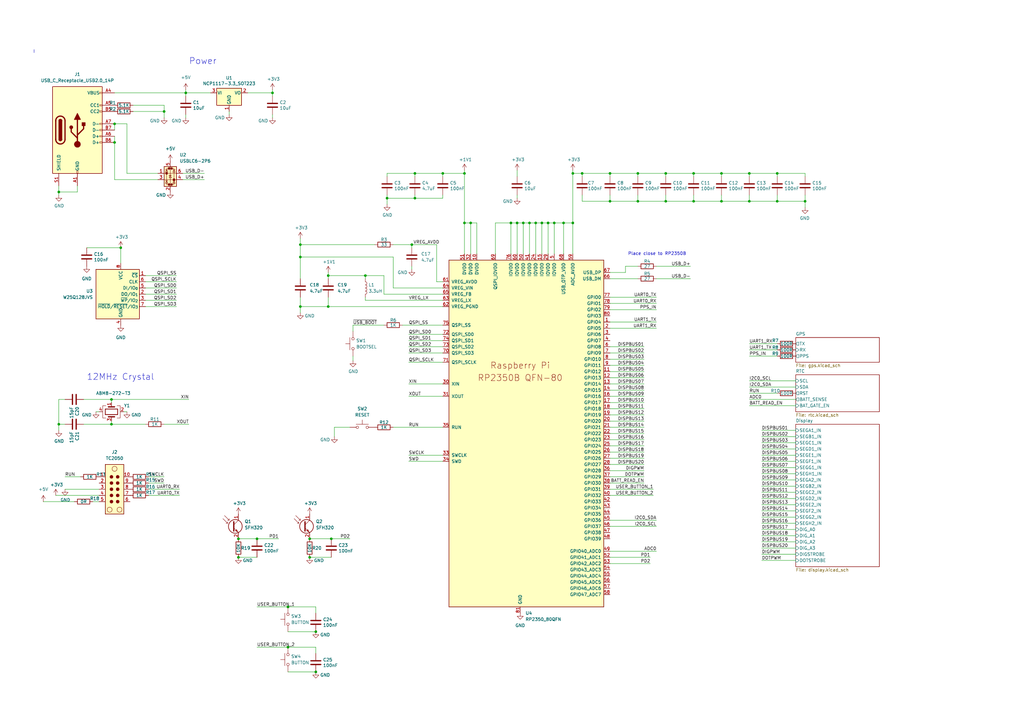
<source format=kicad_sch>
(kicad_sch (version 20250114) (generator "eeschema") (generator_version "9.0")
  (paper "A3")
  (text "12MHz Crystal" (at 35.56 156.21 0) (effects (font (size 2.54 2.54)) (justify left bottom)))
  (text "Place close to RP2350B" (at 257.556 104.902 0) (effects (font (size 1.27 1.27)) (justify left bottom)))
  (text "Power" (at 77.47 26.67 0) (effects (font (size 2.54 2.54)) (justify left bottom)))
  (junction (at 24.13 173.99))
  (junction (at 134.62 113.03))
  (junction (at 295.91 82.55))
  (junction (at 231.14 91.44))
  (junction (at 168.91 100.33))
  (junction (at 212.09 91.44))
  (junction (at 129.54 259.08))
  (junction (at 170.18 81.28))
  (junction (at 234.95 71.12))
  (junction (at 284.48 82.55))
  (junction (at 76.2 38.1))
  (junction (at 193.04 91.44))
  (junction (at 217.17 91.44))
  (junction (at 273.05 82.55))
  (junction (at 49.53 101.6))
  (junction (at 24.13 78.74))
  (junction (at 135.89 220.98))
  (junction (at 105.41 220.98))
  (junction (at 45.72 163.83))
  (junction (at 222.25 91.44))
  (junction (at 219.71 91.44))
  (junction (at 67.31 45.72))
  (junction (at 261.62 71.12))
  (junction (at 111.76 38.1))
  (junction (at 129.54 275.59))
  (junction (at 181.61 71.12))
  (junction (at 118.11 248.92))
  (junction (at 318.77 82.55))
  (junction (at 127 220.98))
  (junction (at 149.86 113.03))
  (junction (at 261.62 82.55))
  (junction (at 214.63 91.44))
  (junction (at 123.19 100.33))
  (junction (at 97.79 220.98))
  (junction (at 123.19 105.41))
  (junction (at 45.72 173.99))
  (junction (at 134.62 125.73))
  (junction (at 307.34 71.12))
  (junction (at 46.99 50.8))
  (junction (at 224.79 91.44))
  (junction (at 123.19 125.73))
  (junction (at 170.18 71.12))
  (junction (at 209.55 91.44))
  (junction (at 307.34 82.55))
  (junction (at 250.19 82.55))
  (junction (at 46.99 58.42))
  (junction (at 318.77 71.12))
  (junction (at 234.95 91.44))
  (junction (at 190.5 71.12))
  (junction (at 330.2 82.55))
  (junction (at 118.11 265.43))
  (junction (at 190.5 91.44))
  (junction (at 250.19 71.12))
  (junction (at 273.05 71.12))
  (junction (at 284.48 71.12))
  (junction (at 127 228.6))
  (junction (at 97.79 228.6))
  (junction (at 238.76 71.12))
  (junction (at 227.33 91.44))
  (junction (at 295.91 71.12))
  (junction (at 158.75 81.28))
  (wire (pts (xy 134.62 121.92) (xy 134.62 125.73)))
  (wire (pts (xy 157.48 120.65) (xy 157.48 113.03)))
  (wire (pts (xy 219.71 104.14) (xy 219.71 91.44)))
  (wire (pts (xy 269.24 109.22) (xy 283.21 109.22)))
  (wire (pts (xy 97.79 220.98) (xy 105.41 220.98)))
  (wire (pts (xy 167.64 137.16) (xy 181.61 137.16)))
  (wire (pts (xy 250.19 132.08) (xy 269.24 132.08)))
  (wire (pts (xy 60.96 195.58) (xy 67.31 195.58)))
  (wire (pts (xy 250.19 80.01) (xy 250.19 82.55)))
  (wire (pts (xy 264.16 195.58) (xy 250.19 195.58)))
  (wire (pts (xy 46.99 58.42) (xy 46.99 55.88)))
  (wire (pts (xy 76.2 36.83) (xy 76.2 38.1)))
  (wire (pts (xy 137.16 175.26) (xy 137.16 179.07)))
  (wire (pts (xy 123.19 97.79) (xy 123.19 100.33)))
  (wire (pts (xy 312.42 196.85) (xy 326.39 196.85)))
  (wire (pts (xy 227.33 91.44) (xy 231.14 91.44)))
  (wire (pts (xy 312.42 201.93) (xy 326.39 201.93)))
  (wire (pts (xy 123.19 125.73) (xy 123.19 128.27)))
  (wire (pts (xy 26.67 195.58) (xy 33.02 195.58)))
  (wire (pts (xy 273.05 82.55) (xy 261.62 82.55)))
  (wire (pts (xy 312.42 217.17) (xy 326.39 217.17)))
  (wire (pts (xy 312.42 179.07) (xy 326.39 179.07)))
  (wire (pts (xy 209.55 91.44) (xy 212.09 91.44)))
  (wire (pts (xy 264.16 144.78) (xy 250.19 144.78)))
  (wire (pts (xy 123.19 100.33) (xy 153.67 100.33)))
  (wire (pts (xy 250.19 127) (xy 269.24 127)))
  (wire (pts (xy 312.42 176.53) (xy 326.39 176.53)))
  (wire (pts (xy 168.91 110.49) (xy 168.91 109.22)))
  (wire (pts (xy 170.18 81.28) (xy 181.61 81.28)))
  (wire (pts (xy 34.29 173.99) (xy 45.72 173.99)))
  (wire (pts (xy 264.16 154.94) (xy 250.19 154.94)))
  (wire (pts (xy 181.61 186.69) (xy 167.64 186.69)))
  (wire (pts (xy 264.16 190.5) (xy 250.19 190.5)))
  (wire (pts (xy 264.16 180.34) (xy 250.19 180.34)))
  (wire (pts (xy 264.16 152.4) (xy 250.19 152.4)))
  (wire (pts (xy 74.93 71.12) (xy 83.82 71.12)))
  (wire (pts (xy 93.98 45.72) (xy 93.98 46.99)))
  (wire (pts (xy 238.76 80.01) (xy 238.76 82.55)))
  (wire (pts (xy 312.42 186.69) (xy 326.39 186.69)))
  (wire (pts (xy 326.39 163.83) (xy 307.34 163.83)))
  (wire (pts (xy 111.76 39.37) (xy 111.76 38.1)))
  (wire (pts (xy 307.34 72.39) (xy 307.34 71.12)))
  (wire (pts (xy 231.14 91.44) (xy 234.95 91.44)))
  (wire (pts (xy 149.86 123.19) (xy 181.61 123.19)))
  (wire (pts (xy 326.39 158.75) (xy 307.34 158.75)))
  (wire (pts (xy 261.62 71.12) (xy 273.05 71.12)))
  (wire (pts (xy 307.34 82.55) (xy 295.91 82.55)))
  (wire (pts (xy 134.62 125.73) (xy 181.61 125.73)))
  (wire (pts (xy 74.93 73.66) (xy 83.82 73.66)))
  (wire (pts (xy 264.16 142.24) (xy 250.19 142.24)))
  (wire (pts (xy 312.42 181.61) (xy 326.39 181.61)))
  (wire (pts (xy 168.91 100.33) (xy 168.91 101.6)))
  (wire (pts (xy 105.41 220.98) (xy 114.3 220.98)))
  (wire (pts (xy 284.48 71.12) (xy 295.91 71.12)))
  (wire (pts (xy 264.16 177.8) (xy 250.19 177.8)))
  (wire (pts (xy 224.79 104.14) (xy 224.79 91.44)))
  (wire (pts (xy 45.72 172.72) (xy 45.72 173.99)))
  (wire (pts (xy 60.96 203.2) (xy 73.66 203.2)))
  (wire (pts (xy 123.19 121.92) (xy 123.19 125.73)))
  (wire (pts (xy 312.42 204.47) (xy 326.39 204.47)))
  (wire (pts (xy 67.31 48.26) (xy 67.31 45.72)))
  (wire (pts (xy 161.29 118.11) (xy 181.61 118.11)))
  (wire (pts (xy 261.62 82.55) (xy 250.19 82.55)))
  (wire (pts (xy 59.69 115.57) (xy 72.39 115.57)))
  (wire (pts (xy 209.55 104.14) (xy 209.55 91.44)))
  (wire (pts (xy 264.16 193.04) (xy 250.19 193.04)))
  (wire (pts (xy 326.39 156.21) (xy 307.34 156.21)))
  (wire (pts (xy 326.39 166.37) (xy 307.34 166.37)))
  (wire (pts (xy 59.69 120.65) (xy 72.39 120.65)))
  (wire (pts (xy 39.37 168.91) (xy 40.64 168.91)))
  (wire (pts (xy 273.05 72.39) (xy 273.05 71.12)))
  (wire (pts (xy 250.19 215.9) (xy 269.24 215.9)))
  (wire (pts (xy 111.76 38.1) (xy 111.76 36.83)))
  (wire (pts (xy 123.19 105.41) (xy 161.29 105.41)))
  (wire (pts (xy 24.13 78.74) (xy 24.13 80.01)))
  (wire (pts (xy 256.54 109.22) (xy 256.54 111.76)))
  (wire (pts (xy 250.19 124.46) (xy 269.24 124.46)))
  (wire (pts (xy 219.71 91.44) (xy 222.25 91.44)))
  (wire (pts (xy 52.07 71.12) (xy 52.07 50.8)))
  (wire (pts (xy 234.95 71.12) (xy 238.76 71.12)))
  (wire (pts (xy 250.19 198.12) (xy 264.16 198.12)))
  (wire (pts (xy 318.77 80.01) (xy 318.77 82.55)))
  (wire (pts (xy 295.91 80.01) (xy 295.91 82.55)))
  (wire (pts (xy 161.29 105.41) (xy 161.29 118.11)))
  (wire (pts (xy 250.19 226.06) (xy 269.24 226.06)))
  (wire (pts (xy 123.19 105.41) (xy 123.19 114.3)))
  (wire (pts (xy 105.41 265.43) (xy 118.11 265.43)))
  (wire (pts (xy 264.16 149.86) (xy 250.19 149.86)))
  (wire (pts (xy 134.62 111.76) (xy 134.62 113.03)))
  (wire (pts (xy 158.75 80.01) (xy 158.75 81.28)))
  (wire (pts (xy 167.64 144.78) (xy 181.61 144.78)))
  (wire (pts (xy 318.77 71.12) (xy 330.2 71.12)))
  (wire (pts (xy 46.99 38.1) (xy 76.2 38.1)))
  (wire (pts (xy 181.61 81.28) (xy 181.61 80.01)))
  (wire (pts (xy 181.61 189.23) (xy 167.64 189.23)))
  (wire (pts (xy 149.86 123.19) (xy 149.86 121.92)))
  (wire (pts (xy 214.63 104.14) (xy 214.63 91.44)))
  (wire (pts (xy 190.5 69.85) (xy 190.5 71.12)))
  (wire (pts (xy 45.72 165.1) (xy 45.72 163.83)))
  (wire (pts (xy 167.64 139.7) (xy 181.61 139.7)))
  (wire (pts (xy 31.75 78.74) (xy 24.13 78.74)))
  (wire (pts (xy 264.16 172.72) (xy 250.19 172.72)))
  (wire (pts (xy 264.16 160.02) (xy 250.19 160.02)))
  (wire (pts (xy 222.25 91.44) (xy 224.79 91.44)))
  (wire (pts (xy 214.63 91.44) (xy 217.17 91.44)))
  (wire (pts (xy 312.42 219.71) (xy 326.39 219.71)))
  (wire (pts (xy 134.62 114.3) (xy 134.62 113.03)))
  (wire (pts (xy 76.2 39.37) (xy 76.2 38.1)))
  (wire (pts (xy 238.76 72.39) (xy 238.76 71.12)))
  (wire (pts (xy 67.31 45.72) (xy 67.31 43.18)))
  (wire (pts (xy 250.19 82.55) (xy 238.76 82.55)))
  (wire (pts (xy 26.67 173.99) (xy 24.13 173.99)))
  (wire (pts (xy 250.19 231.14) (xy 266.7 231.14)))
  (wire (pts (xy 118.11 259.08) (xy 129.54 259.08)))
  (wire (pts (xy 127 228.6) (xy 135.89 228.6)))
  (wire (pts (xy 234.95 69.85) (xy 234.95 71.12)))
  (wire (pts (xy 312.42 212.09) (xy 326.39 212.09)))
  (wire (pts (xy 59.69 125.73) (xy 72.39 125.73)))
  (wire (pts (xy 59.69 118.11) (xy 72.39 118.11)))
  (wire (pts (xy 190.5 71.12) (xy 190.5 91.44)))
  (wire (pts (xy 330.2 82.55) (xy 318.77 82.55)))
  (wire (pts (xy 54.61 45.72) (xy 67.31 45.72)))
  (wire (pts (xy 264.16 157.48) (xy 250.19 157.48)))
  (wire (pts (xy 231.14 104.14) (xy 231.14 91.44)))
  (wire (pts (xy 161.29 100.33) (xy 168.91 100.33)))
  (wire (pts (xy 26.67 200.66) (xy 40.64 200.66)))
  (wire (pts (xy 250.19 114.3) (xy 261.62 114.3)))
  (wire (pts (xy 203.2 104.14) (xy 203.2 91.44)))
  (wire (pts (xy 24.13 173.99) (xy 24.13 176.53)))
  (wire (pts (xy 284.48 82.55) (xy 273.05 82.55)))
  (wire (pts (xy 261.62 72.39) (xy 261.62 71.12)))
  (wire (pts (xy 273.05 71.12) (xy 284.48 71.12)))
  (wire (pts (xy 224.79 91.44) (xy 227.33 91.44)))
  (wire (pts (xy 212.09 69.85) (xy 212.09 72.39)))
  (wire (pts (xy 261.62 80.01) (xy 261.62 82.55)))
  (wire (pts (xy 250.19 200.66) (xy 267.97 200.66)))
  (wire (pts (xy 312.42 194.31) (xy 326.39 194.31)))
  (wire (pts (xy 264.16 165.1) (xy 250.19 165.1)))
  (wire (pts (xy 181.61 120.65) (xy 157.48 120.65)))
  (wire (pts (xy 318.77 72.39) (xy 318.77 71.12)))
  (wire (pts (xy 312.42 199.39) (xy 326.39 199.39)))
  (wire (pts (xy 46.99 50.8) (xy 46.99 53.34)))
  (polyline (pts (xy 13.97 20.32) (xy 13.97 21.59)))
  (wire (pts (xy 318.77 143.51) (xy 307.34 143.51)))
  (wire (pts (xy 50.8 168.91) (xy 52.07 168.91)))
  (wire (pts (xy 264.16 167.64) (xy 250.19 167.64)))
  (wire (pts (xy 264.16 162.56) (xy 250.19 162.56)))
  (wire (pts (xy 129.54 267.97) (xy 129.54 265.43)))
  (wire (pts (xy 295.91 82.55) (xy 284.48 82.55)))
  (wire (pts (xy 144.78 146.05) (xy 144.78 147.955)))
  (wire (pts (xy 318.77 146.05) (xy 307.34 146.05)))
  (wire (pts (xy 123.19 125.73) (xy 134.62 125.73)))
  (wire (pts (xy 312.42 229.87) (xy 326.39 229.87)))
  (wire (pts (xy 167.64 142.24) (xy 181.61 142.24)))
  (wire (pts (xy 234.95 71.12) (xy 234.95 91.44)))
  (wire (pts (xy 52.07 50.8) (xy 46.99 50.8)))
  (wire (pts (xy 38.1 205.74) (xy 40.64 205.74)))
  (wire (pts (xy 269.24 114.3) (xy 283.21 114.3)))
  (wire (pts (xy 179.07 100.33) (xy 179.07 115.57)))
  (wire (pts (xy 137.16 175.26) (xy 143.51 175.26)))
  (wire (pts (xy 312.42 209.55) (xy 326.39 209.55)))
  (wire (pts (xy 111.76 46.99) (xy 111.76 48.26)))
  (wire (pts (xy 170.18 80.01) (xy 170.18 81.28)))
  (wire (pts (xy 17.78 205.74) (xy 30.48 205.74)))
  (wire (pts (xy 250.19 72.39) (xy 250.19 71.12)))
  (wire (pts (xy 222.25 91.44) (xy 222.25 104.14)))
  (wire (pts (xy 284.48 80.01) (xy 284.48 82.55)))
  (wire (pts (xy 312.42 191.77) (xy 326.39 191.77)))
  (wire (pts (xy 312.42 184.15) (xy 326.39 184.15)))
  (wire (pts (xy 52.07 71.12) (xy 64.77 71.12)))
  (wire (pts (xy 123.19 100.33) (xy 123.19 105.41)))
  (wire (pts (xy 144.78 133.35) (xy 144.78 135.89)))
  (wire (pts (xy 264.16 182.88) (xy 250.19 182.88)))
  (wire (pts (xy 217.17 91.44) (xy 219.71 91.44)))
  (wire (pts (xy 250.19 203.2) (xy 267.97 203.2)))
  (wire (pts (xy 167.64 157.48) (xy 181.61 157.48)))
  (wire (pts (xy 193.04 91.44) (xy 195.58 91.44)))
  (wire (pts (xy 330.2 80.01) (xy 330.2 82.55)))
  (wire (pts (xy 195.58 91.44) (xy 195.58 104.14)))
  (wire (pts (xy 307.34 161.29) (xy 318.77 161.29)))
  (wire (pts (xy 168.91 100.33) (xy 179.07 100.33)))
  (wire (pts (xy 165.1 133.35) (xy 181.61 133.35)))
  (wire (pts (xy 212.09 91.44) (xy 214.63 91.44)))
  (wire (pts (xy 250.19 228.6) (xy 266.7 228.6)))
  (wire (pts (xy 330.2 72.39) (xy 330.2 71.12)))
  (wire (pts (xy 34.29 163.83) (xy 45.72 163.83)))
  (wire (pts (xy 318.77 140.97) (xy 307.34 140.97)))
  (wire (pts (xy 24.13 76.2) (xy 24.13 78.74)))
  (wire (pts (xy 307.34 71.12) (xy 318.77 71.12)))
  (wire (pts (xy 86.36 38.1) (xy 76.2 38.1)))
  (wire (pts (xy 179.07 115.57) (xy 181.61 115.57)))
  (wire (pts (xy 193.04 104.14) (xy 193.04 91.44)))
  (wire (pts (xy 318.77 82.55) (xy 307.34 82.55)))
  (wire (pts (xy 76.2 46.99) (xy 76.2 48.26)))
  (wire (pts (xy 312.42 227.33) (xy 326.39 227.33)))
  (wire (pts (xy 227.33 91.44) (xy 227.33 104.14)))
  (wire (pts (xy 273.05 80.01) (xy 273.05 82.55)))
  (wire (pts (xy 134.62 113.03) (xy 149.86 113.03)))
  (wire (pts (xy 24.13 163.83) (xy 24.13 173.99)))
  (wire (pts (xy 234.95 91.44) (xy 234.95 104.14)))
  (wire (pts (xy 26.67 163.83) (xy 24.13 163.83)))
  (wire (pts (xy 330.2 82.55) (xy 330.2 85.09)))
  (wire (pts (xy 59.69 123.19) (xy 72.39 123.19)))
  (wire (pts (xy 264.16 170.18) (xy 250.19 170.18)))
  (wire (pts (xy 35.56 101.6) (xy 49.53 101.6)))
  (wire (pts (xy 135.89 220.98) (xy 143.51 220.98)))
  (wire (pts (xy 256.54 109.22) (xy 261.62 109.22)))
  (wire (pts (xy 312.42 189.23) (xy 326.39 189.23)))
  (wire (pts (xy 129.54 251.46) (xy 129.54 248.92)))
  (wire (pts (xy 181.61 71.12) (xy 190.5 71.12)))
  (wire (pts (xy 250.19 134.62) (xy 269.24 134.62)))
  (wire (pts (xy 284.48 72.39) (xy 284.48 71.12)))
  (wire (pts (xy 295.91 71.12) (xy 307.34 71.12)))
  (wire (pts (xy 59.69 113.03) (xy 72.39 113.03)))
  (wire (pts (xy 60.96 200.66) (xy 73.66 200.66)))
  (wire (pts (xy 181.61 162.56) (xy 167.64 162.56)))
  (wire (pts (xy 170.18 71.12) (xy 181.61 71.12)))
  (wire (pts (xy 31.75 76.2) (xy 31.75 78.74)))
  (wire (pts (xy 312.42 207.01) (xy 326.39 207.01)))
  (wire (pts (xy 250.19 111.76) (xy 256.54 111.76)))
  (wire (pts (xy 118.11 275.59) (xy 129.54 275.59)))
  (wire (pts (xy 45.72 163.83) (xy 77.47 163.83)))
  (wire (pts (xy 158.75 72.39) (xy 158.75 71.12)))
  (wire (pts (xy 212.09 104.14) (xy 212.09 91.44)))
  (wire (pts (xy 312.42 214.63) (xy 326.39 214.63)))
  (wire (pts (xy 67.31 173.99) (xy 77.47 173.99)))
  (wire (pts (xy 157.48 113.03) (xy 149.86 113.03)))
  (wire (pts (xy 312.42 222.25) (xy 326.39 222.25)))
  (wire (pts (xy 170.18 72.39) (xy 170.18 71.12)))
  (wire (pts (xy 101.6 38.1) (xy 111.76 38.1)))
  (wire (pts (xy 46.99 73.66) (xy 64.77 73.66)))
  (wire (pts (xy 264.16 187.96) (xy 250.19 187.96)))
  (wire (pts (xy 212.09 80.01) (xy 212.09 81.28)))
  (wire (pts (xy 60.96 198.12) (xy 67.31 198.12)))
  (wire (pts (xy 312.42 224.79) (xy 326.39 224.79)))
  (wire (pts (xy 161.29 175.26) (xy 181.61 175.26)))
  (wire (pts (xy 217.17 104.14) (xy 217.17 91.44)))
  (wire (pts (xy 181.61 72.39) (xy 181.61 71.12)))
  (wire (pts (xy 181.61 148.59) (xy 167.64 148.59)))
  (wire (pts (xy 250.19 121.92) (xy 269.24 121.92)))
  (wire (pts (xy 193.04 91.44) (xy 190.5 91.44)))
  (wire (pts (xy 118.11 248.92) (xy 129.54 248.92)))
  (wire (pts (xy 307.34 80.01) (xy 307.34 82.55)))
  (wire (pts (xy 295.91 72.39) (xy 295.91 71.12)))
  (wire (pts (xy 264.16 175.26) (xy 250.19 175.26)))
  (wire (pts (xy 250.19 71.12) (xy 261.62 71.12)))
  (wire (pts (xy 264.16 185.42) (xy 250.19 185.42)))
  (wire (pts (xy 190.5 91.44) (xy 190.5 104.14)))
  (wire (pts (xy 203.2 91.44) (xy 209.55 91.44)))
  (wire (pts (xy 149.86 113.03) (xy 149.86 114.3)))
  (wire (pts (xy 158.75 81.28) (xy 158.75 83.82)))
  (wire (pts (xy 250.19 213.36) (xy 269.24 213.36)))
  (wire (pts (xy 45.72 173.99) (xy 59.69 173.99)))
  (wire (pts (xy 67.31 43.18) (xy 54.61 43.18)))
  (wire (pts (xy 118.11 265.43) (xy 129.54 265.43)))
  (wire (pts (xy 49.53 101.6) (xy 49.53 107.95)))
  (wire (pts (xy 158.75 71.12) (xy 170.18 71.12)))
  (wire (pts (xy 46.99 58.42) (xy 46.99 73.66)))
  (wire (pts (xy 105.41 248.92) (xy 118.11 248.92)))
  (wire (pts (xy 238.76 71.12) (xy 250.19 71.12)))
  (wire (pts (xy 158.75 81.28) (xy 170.18 81.28)))
  (wire (pts (xy 22.86 203.2) (xy 40.64 203.2)))
  (wire (pts (xy 264.16 147.32) (xy 250.19 147.32)))
  (wire (pts (xy 97.79 228.6) (xy 105.41 228.6)))
  (wire (pts (xy 157.48 133.35) (xy 144.78 133.35)))
  (wire (pts (xy 127 220.98) (xy 135.89 220.98)))
  (label "PPS_IN" (at 307.34 146.05 0))
  (label "PD1" (at 266.7 228.6 180))
  (label "DISPBUS09" (at 264.16 162.56 180))
  (label "I2C0_SCL" (at 269.24 215.9 180))
  (label "DISPBUS11" (at 312.42 201.93 0))
  (label "USER_BUTTON_2" (at 267.97 203.2 180))
  (label "DISPBUS04" (at 312.42 184.15 0))
  (label "DISPBUS02" (at 312.42 179.07 0))
  (label "QSPI_SCLK" (at 167.64 148.59 0))
  (label "I2C0_SCL" (at 307.34 156.21 0))
  (label "DISPBUS17" (at 264.16 182.88 180))
  (label "RUN" (at 26.67 195.58 0))
  (label "USB_D-" (at 283.21 114.3 180))
  (label "DISPBUS01" (at 312.42 176.53 0))
  (label "DOTPWM" (at 312.42 229.87 0))
  (label "USER_BUTTON_1" (at 105.41 248.92 0))
  (label "DISPBUS07" (at 264.16 157.48 180))
  (label "SWD" (at 67.31 198.12 180))
  (label "BATT_READ_EN" (at 307.34 166.37 0))
  (label "UART0_RX" (at 73.66 200.66 180))
  (label "DISPBUS19" (at 264.16 187.96 180))
  (label "PD2" (at 143.51 220.98 180))
  (label "DISPBUS04" (at 264.16 149.86 180))
  (label "XIN" (at 77.47 163.83 180))
  (label "DISPBUS07" (at 312.42 191.77 0))
  (label "QSPI_SD1" (at 167.64 139.7 0))
  (label "DISPBUS09" (at 312.42 196.85 0))
  (label "DISPBUS13" (at 312.42 207.01 0))
  (label "QSPI_SD1" (at 72.39 120.65 180))
  (label "PD2" (at 266.7 231.14 180))
  (label "SWCLK" (at 167.64 186.69 0))
  (label "UART0_RX" (at 269.24 124.46 180))
  (label "QSPI_SD0" (at 167.64 137.16 0))
  (label "RUN" (at 167.64 175.26 0))
  (label "UART0_TX" (at 73.66 203.2 180))
  (label "QSPI_SD3" (at 72.39 125.73 180))
  (label "USER_BUTTON_1" (at 267.97 200.66 180))
  (label "QSPI_SD2" (at 167.64 142.24 0))
  (label "DISPBUS14" (at 264.16 175.26 180))
  (label "I2C0_SDA" (at 307.34 158.75 0))
  (label "DISPBUS01" (at 264.16 142.24 180))
  (label "DISPBUS12" (at 264.16 170.18 180))
  (label "DIGPWM" (at 264.16 193.04 180))
  (label "SWD" (at 167.64 189.23 0))
  (label "DISPBUS10" (at 264.16 165.1 180))
  (label "XOUT" (at 167.64 162.56 0))
  (label "DISPBUS15" (at 264.16 177.8 180))
  (label "DISPBUS13" (at 264.16 172.72 180))
  (label "UART1_RX" (at 307.34 140.97 0))
  (label "DISPBUS05" (at 312.42 186.69 0))
  (label "ADC0" (at 307.34 163.83 0))
  (label "ADC0" (at 269.24 226.06 180))
  (label "VREG_LX" (at 167.64 123.19 0))
  (label "QSPI_SS" (at 167.64 133.35 0))
  (label "DISPBUS15" (at 312.42 212.09 0))
  (label "SWCLK" (at 67.31 195.58 180))
  (label "DISPBUS12" (at 312.42 204.47 0))
  (label "USB_D+" (at 83.82 73.66 180))
  (label "DISPBUS14" (at 312.42 209.55 0))
  (label "BATT_READ_EN" (at 264.16 198.12 180))
  (label "I2C0_SDA" (at 269.24 213.36 180))
  (label "DISPBUS18" (at 312.42 219.71 0))
  (label "DISPBUS17" (at 312.42 217.17 0))
  (label "UART1_TX" (at 269.24 132.08 180))
  (label "UART0_TX" (at 269.24 121.92 180))
  (label "DISPBUS06" (at 264.16 154.94 180))
  (label "RUN" (at 307.34 161.29 0))
  (label "~{USB_BOOT}" (at 144.78 133.35 0))
  (label "QSPI_SCLK" (at 72.39 115.57 180))
  (label "USB_D+" (at 283.21 109.22 180))
  (label "USER_BUTTON_2" (at 105.41 265.43 0))
  (label "DISPBUS03" (at 312.42 181.61 0))
  (label "DISPBUS20" (at 264.16 190.5 180))
  (label "DISPBUS02" (at 264.16 144.78 180))
  (label "DISPBUS11" (at 264.16 167.64 180))
  (label "DISPBUS08" (at 312.42 194.31 0))
  (label "DISPBUS06" (at 312.42 189.23 0))
  (label "DISPBUS08" (at 264.16 160.02 180))
  (label "DOTPWM" (at 264.16 195.58 180))
  (label "XOUT" (at 77.47 173.99 180))
  (label "XIN" (at 167.64 157.48 0))
  (label "DISPBUS10" (at 312.42 199.39 0))
  (label "DISPBUS03" (at 264.16 147.32 180))
  (label "UART1_TX" (at 307.34 143.51 0))
  (label "PPS_IN" (at 269.24 127 180))
  (label "DISPBUS18" (at 264.16 185.42 180))
  (label "QSPI_SD0" (at 72.39 118.11 180))
  (label "DISPBUS05" (at 264.16 152.4 180))
  (label "DISPBUS19" (at 312.42 222.25 0))
  (label "QSPI_SS" (at 72.39 113.03 180))
  (label "DISPBUS16" (at 264.16 180.34 180))
  (label "DIGPWM" (at 312.42 227.33 0))
  (label "DISPBUS20" (at 312.42 224.79 0))
  (label "QSPI_SD2" (at 72.39 123.19 180))
  (label "USB_D-" (at 83.82 71.12 180))
  (label "DISPBUS16" (at 312.42 214.63 0))
  (label "VREG_AVDD" (at 169.545 100.33 0))
  (label "PD1" (at 114.3 220.98 180))
  (label "UART1_RX" (at 269.24 134.62 180))
  (label "QSPI_SD3" (at 167.64 144.78 0))
  (symbol (lib_id "Device:C") (at 30.48 173.99 270) (unit 1)
    (property "Reference" "C21" (at 31.6484 176.911 0) (effects (justify left)))
    (property "Value" "15pF" (at 29.337 176.911 0) (effects (justify left)))
    (property "Footprint" "Capacitor_SMD:C_0402_1005Metric" (effects (hide yes)))
  )
  (symbol (lib_id "power:GND") (at 24.13 176.53 0) (unit 1)
    (property "Reference" "#PWR026" (effects (hide yes)))
    (property "Value" "GND" (at 24.257 180.9242 0))
  )
  (symbol (lib_id "power:+3V3") (at 49.53 101.6 0) (unit 1)
    (property "Reference" "#PWR017" (effects (hide yes)))
    (property "Value" "+3V3" (at 49.911 97.2058 0))
  )
  (symbol (lib_id "Device:R") (at 265.43 109.22 270) (unit 1)
    (property "Reference" "R4" (at 265.43 107.188 90))
    (property "Value" "27" (at 265.43 109.22 90))
    (property "Footprint" "Resistor_SMD:R_0402_1005Metric" (effects (hide yes)))
  )
  (symbol (lib_id "Device:R") (at 265.43 114.3 270) (unit 1)
    (property "Reference" "R5" (at 265.43 112.268 90))
    (property "Value" "27" (at 265.43 114.3 90))
    (property "Footprint" "Resistor_SMD:R_0402_1005Metric" (effects (hide yes)))
  )
  (symbol (lib_id "power:+3V3") (at 234.95 69.85 0) (unit 1)
    (property "Reference" "#PWR010" (effects (hide yes)))
    (property "Value" "+3V3" (at 235.331 65.4558 0))
  )
  (symbol (lib_id "Device:C") (at 261.62 76.2 0) (unit 1)
    (property "Reference" "C9" (at 264.541 75.0316 0) (effects (justify left)))
    (property "Value" "100nF" (at 264.541 77.343 0) (effects (justify left)))
    (property "Footprint" "Capacitor_SMD:C_0402_1005Metric" (effects (hide yes)))
  )
  (symbol (lib_id "Device:C") (at 273.05 76.2 0) (unit 1)
    (property "Reference" "C10" (at 275.971 75.0316 0) (effects (justify left)))
    (property "Value" "100nF" (at 275.971 77.343 0) (effects (justify left)))
    (property "Footprint" "Capacitor_SMD:C_0402_1005Metric" (effects (hide yes)))
  )
  (symbol (lib_id "Device:C") (at 284.48 76.2 0) (unit 1)
    (property "Reference" "C11" (at 287.401 75.0316 0) (effects (justify left)))
    (property "Value" "100nF" (at 287.401 77.343 0) (effects (justify left)))
    (property "Footprint" "Capacitor_SMD:C_0402_1005Metric" (effects (hide yes)))
  )
  (symbol (lib_id "Device:C") (at 295.91 76.2 0) (unit 1)
    (property "Reference" "C12" (at 298.831 75.0316 0) (effects (justify left)))
    (property "Value" "100nF" (at 298.831 77.343 0) (effects (justify left)))
    (property "Footprint" "Capacitor_SMD:C_0402_1005Metric" (effects (hide yes)))
  )
  (symbol (lib_id "Device:C") (at 307.34 76.2 0) (unit 1)
    (property "Reference" "C13" (at 310.261 75.0316 0) (effects (justify left)))
    (property "Value" "100nF" (at 310.261 77.343 0) (effects (justify left)))
    (property "Footprint" "Capacitor_SMD:C_0402_1005Metric" (effects (hide yes)))
  )
  (symbol (lib_id "Device:C") (at 318.77 76.2 0) (unit 1)
    (property "Reference" "C14" (at 321.691 75.0316 0) (effects (justify left)))
    (property "Value" "100nF" (at 321.691 77.343 0) (effects (justify left)))
    (property "Footprint" "Capacitor_SMD:C_0402_1005Metric" (effects (hide yes)))
  )
  (symbol (lib_id "Device:R") (at 63.5 173.99 270) (unit 1)
    (property "Reference" "R11" (at 63.5 171.958 90))
    (property "Value" "1K" (at 63.5 173.99 90))
    (property "Footprint" "Resistor_SMD:R_0402_1005Metric" (effects (hide yes)))
  )
  (symbol (lib_id "Device:Crystal_GND24") (at 45.72 168.91 270) (unit 1)
    (property "Reference" "Y1" (at 50.8 166.37 90) (effects (justify left)))
    (property "Value" "ABM8-272-T3" (at 39.37 161.29 90) (effects (justify left)))
    (property "Footprint" "Crystal:Crystal_SMD_3225-4Pin_3.2x2.5mm" (effects (hide yes)))
  )
  (symbol (lib_id "power:+3V3") (at 212.09 69.85 0) (unit 1)
    (property "Reference" "#PWR09" (effects (hide yes)))
    (property "Value" "+3V3" (at 212.471 65.4558 0))
  )
  (symbol (lib_id "Device:C") (at 212.09 76.2 0) (unit 1)
    (property "Reference" "C6" (at 215.011 75.0316 0) (effects (justify left)))
    (property "Value" "10uF" (at 215.011 77.343 0) (effects (justify left)))
    (property "Footprint" "Capacitor_SMD:C_0805_2012Metric" (effects (hide yes)))
  )
  (symbol (lib_id "power:GND") (at 212.09 81.28 0) (unit 1)
    (property "Reference" "#PWR013" (effects (hide yes)))
    (property "Value" "GND" (at 208.28 82.55 0))
  )
  (symbol (lib_id "Device:R") (at 322.58 146.05 270) (unit 1)
    (property "Reference" "R9" (at 318.008 145.034 90))
    (property "Value" "100R" (at 322.58 146.05 90))
    (property "Footprint" "Resistor_SMD:R_0402_1005Metric" (effects (hide yes)))
  )
  (symbol (lib_id "Device:C") (at 76.2 43.18 0) (unit 1)
    (property "Reference" "C1" (at 79.121 42.0116 0) (effects (justify left)))
    (property "Value" "10uF" (at 79.121 44.323 0) (effects (justify left)))
    (property "Footprint" "Capacitor_SMD:C_0805_2012Metric" (effects (hide yes)))
  )
  (symbol (lib_id "Device:R") (at 34.29 205.74 270) (unit 1)
    (property "Reference" "R18" (at 38.862 204.47 90))
    (property "Value" "0R" (at 34.29 205.74 90))
    (property "Footprint" "Resistor_SMD:R_0402_1005Metric" (effects (hide yes)))
  )
  (symbol (lib_id "power:GND") (at 144.78 147.955 0) (unit 1)
    (property "Reference" "#PWR023" (effects (hide yes)))
    (property "Value" "GND" (at 144.907 152.3492 0))
  )
  (symbol (lib_id "Device:C") (at 181.61 76.2 0) (unit 1)
    (property "Reference" "C5" (at 184.531 75.0316 0) (effects (justify left)))
    (property "Value" "100nF" (at 184.531 77.343 0) (effects (justify left)))
    (property "Footprint" "Capacitor_SMD:C_0402_1005Metric" (effects (hide yes)))
  )
  (symbol (lib_id "Power_Protection:USBLC6-2P6") (at 69.85 71.12 0) (unit 1)
    (property "Reference" "U2" (at 73.66 63.5 0) (effects (justify left)))
    (property "Value" "USBLC6-2P6" (at 73.66 66.04 0) (effects (justify left)))
    (property "Footprint" "Package_TO_SOT_SMD:SOT-666" (effects (hide yes)))
    (property "Datasheet" "https://www.st.com/resource/en/datasheet/usblc6-2.pdf" (effects (hide yes)))
    (property "Description" "Very low capacitance ESD protection diode, 2 data-line, SOT-666" (effects (hide yes)))
  )
  (symbol (lib_id "Device:R") (at 157.48 175.26 270) (unit 1)
    (property "Reference" "R12" (at 157.48 173.228 90))
    (property "Value" "1K" (at 157.48 175.26 90))
    (property "Footprint" "Resistor_SMD:R_0402_1005Metric" (effects (hide yes)))
  )
  (symbol (lib_id "Device:C") (at 250.19 76.2 0) (unit 1)
    (property "Reference" "C8" (at 253.111 75.0316 0) (effects (justify left)))
    (property "Value" "100nF" (at 253.111 77.343 0) (effects (justify left)))
    (property "Footprint" "Capacitor_SMD:C_0402_1005Metric" (effects (hide yes)))
  )
  (symbol (lib_id "power:GND") (at 93.98 46.99 0) (unit 1)
    (property "Reference" "#PWR03" (effects (hide yes)))
    (property "Value" "GND" (at 90.17 48.26 0))
  )
  (symbol (lib_id "Device:C") (at 330.2 76.2 0) (unit 1)
    (property "Reference" "C15" (at 333.121 75.0316 0) (effects (justify left)))
    (property "Value" "100nF" (at 333.121 77.343 0) (effects (justify left)))
    (property "Footprint" "Capacitor_SMD:C_0402_1005Metric" (effects (hide yes)))
  )
  (symbol (lib_id "power:+1V1") (at 134.62 111.76 0) (unit 1)
    (property "Reference" "#PWR020" (effects (hide yes)))
    (property "Value" "+1V1" (at 135.001 107.3658 0))
  )
  (symbol (lib_id "MCU_RaspberryPi_RP2350:RP2350_80QFN") (at 213.36 154.94 0) (unit 1)
    (property "Reference" "U4" (at 215.5033 251.46 0) (effects (justify left)))
    (property "Value" "RP2350_80QFN" (at 215.5033 254 0) (effects (justify left)))
    (property "Footprint" "RP2350_80QFN_minimal:RP2350-QFN-80-1EP_10x10_P0.4mm_EP3.4x3.4mm_ThermalVias" (effects (hide yes)))
  )
  (symbol (lib_id "Switch:SW_Push") (at 148.59 175.26 0) (unit 1)
    (property "Reference" "SW2" (at 148.59 167.64 0))
    (property "Value" "RESET" (at 148.59 170.18 0))
    (property "Footprint" "Button_Switch_SMD:SW_SPST_PTS647_Sx38" (effects (hide yes)))
  )
  (symbol (lib_id "power:GND") (at 39.37 168.91 0) (unit 1)
    (property "Reference" "#PWR024" (effects (hide yes)))
    (property "Value" "GND" (at 35.56 170.18 0))
  )
  (symbol (lib_id "power:GND") (at 69.85 78.74 0) (unit 1)
    (property "Reference" "#PWR011" (effects (hide yes)))
    (property "Value" "GND" (at 66.04 80.01 0))
  )
  (symbol (lib_id "Sensor_Optical:SFH320") (at 124.46 215.9 0) (unit 1)
    (property "Reference" "Q2" (at 129.54 213.8806 0) (effects (justify left)))
    (property "Value" "SFH320" (at 129.54 216.4206 0) (effects (justify left)))
    (property "Footprint" "LED_SMD:LED_PLCC-2_3.4x3.0mm_KA" (effects (hide yes)))
    (property "Datasheet" "https://look.ams-osram.com/m/5397c5d8583a26cf/original/SFH-320.pdf" (effects (hide yes)))
    (property "Description" "Silicon NPN Phototransistor, PLCC-2" (effects (hide yes)))
  )
  (symbol (lib_id "power:+3V3") (at 127 210.82 0) (unit 1)
    (property "Reference" "#PWR032" (effects (hide yes)))
    (property "Value" "+3V3" (at 127.381 206.4258 0))
  )
  (symbol (lib_id "Device:R") (at 322.58 140.97 270) (unit 1)
    (property "Reference" "R7" (at 318.008 139.7 90))
    (property "Value" "100R" (at 322.58 140.97 90))
    (property "Footprint" "Resistor_SMD:R_0402_1005Metric" (effects (hide yes)))
  )
  (symbol (lib_id "Device:C") (at 35.56 105.41 0) (unit 1)
    (property "Reference" "C16" (at 38.481 104.2416 0) (effects (justify left)))
    (property "Value" "100nF" (at 38.481 106.553 0) (effects (justify left)))
    (property "Footprint" "Capacitor_SMD:C_0402_1005Metric" (effects (hide yes)))
  )
  (symbol (lib_id "Device:R") (at 50.8 43.18 270) (unit 1)
    (property "Reference" "R1" (at 46.228 42.164 90))
    (property "Value" "5.1K" (at 50.8 43.18 90))
    (property "Footprint" "Resistor_SMD:R_0402_1005Metric" (effects (hide yes)))
  )
  (symbol (lib_id "Device:C") (at 105.41 224.79 0) (unit 1)
    (property "Reference" "C22" (at 108.331 223.6216 0) (effects (justify left)))
    (property "Value" "100nF" (at 108.331 225.933 0) (effects (justify left)))
    (property "Footprint" "Capacitor_SMD:C_0402_1005Metric" (effects (hide yes)))
  )
  (symbol (lib_id "Device:C") (at 168.91 105.41 0) (unit 1)
    (property "Reference" "C17" (at 172.72 104.1399 0) (effects (justify left)))
    (property "Value" "4.7uF" (at 172.72 106.6799 0) (effects (justify left)))
    (property "Footprint" "Capacitor_SMD:C_0402_1005Metric" (effects (hide yes)))
  )
  (symbol (lib_id "Device:C") (at 129.54 255.27 0) (unit 1)
    (property "Reference" "C24" (at 132.461 254.1016 0) (effects (justify left)))
    (property "Value" "100nF" (at 132.461 256.413 0) (effects (justify left)))
    (property "Footprint" "Capacitor_SMD:C_0402_1005Metric" (effects (hide yes)))
  )
  (symbol (lib_id "Device:L") (at 149.86 118.11 0) (unit 1)
    (property "Reference" "L1" (at 151.13 116.8399 0) (effects (justify left)))
    (property "Value" "3.3uH" (at 151.13 119.3799 0) (effects (justify left)))
    (property "Footprint" "RP2350_80QFN_minimal:L_pol_2016" (effects (hide yes)))
  )
  (symbol (lib_id "power:+3V3") (at 97.79 210.82 0) (unit 1)
    (property "Reference" "#PWR031" (effects (hide yes)))
    (property "Value" "+3V3" (at 98.171 206.4258 0))
  )
  (symbol (lib_id "power:GND") (at 158.75 83.82 0) (unit 1)
    (property "Reference" "#PWR014" (effects (hide yes)))
    (property "Value" "GND" (at 158.877 88.2142 0))
  )
  (symbol (lib_id "Connector:TC2050") (at 45.72 200.66 0) (unit 1) (in_bom no)
    (property "Reference" "J2" (at 46.99 185.42 0))
    (property "Value" "TC2050" (at 46.99 187.96 0))
    (property "Footprint" "Connector:Tag-Connect_TC2050-IDC-FP_2x05_P1.27mm_Vertical" (effects (hide yes)))
    (property "Datasheet" "https://www.tag-connect.com/wp-content/uploads/bsk-pdf-manager/TC2050-IDC-NL_Datasheet_8.pdf" (effects (hide yes)))
    (property "Description" "Tag-Connect’s 10-pins connector" (effects (hide yes)))
  )
  (symbol (lib_id "Device:R") (at 57.15 200.66 270) (unit 1)
    (property "Reference" "R16" (at 61.722 199.644 90))
    (property "Value" "1K" (at 57.15 200.66 90))
    (property "Footprint" "Resistor_SMD:R_0402_1005Metric" (effects (hide yes)))
  )
  (symbol (lib_id "Switch:SW_Push") (at 118.11 270.51 90) (unit 1)
    (property "Reference" "SW4" (at 119.38 269.2399 90) (effects (justify right)))
    (property "Value" "BUTTON" (at 119.38 271.7799 90) (effects (justify right)))
    (property "Footprint" "Button_Switch_SMD:SW_SPST_PTS647_Sx38" (effects (hide yes)))
  )
  (symbol (lib_id "Device:C") (at 30.48 163.83 270) (unit 1)
    (property "Reference" "C20" (at 31.6484 166.751 0) (effects (justify left)))
    (property "Value" "15pF" (at 29.337 166.751 0) (effects (justify left)))
    (property "Footprint" "Capacitor_SMD:C_0402_1005Metric" (effects (hide yes)))
  )
  (symbol (lib_id "Device:R") (at 36.83 195.58 270) (unit 1)
    (property "Reference" "R13" (at 41.402 194.564 90))
    (property "Value" "1K" (at 36.83 195.58 90))
    (property "Footprint" "Resistor_SMD:R_0402_1005Metric" (effects (hide yes)))
  )
  (symbol (lib_id "power:GND") (at 76.2 48.26 0) (unit 1)
    (property "Reference" "#PWR05" (effects (hide yes)))
    (property "Value" "GND" (at 72.39 49.53 0))
  )
  (symbol (lib_id "power:GND") (at 123.19 128.27 0) (mirror y) (unit 1)
    (property "Reference" "#PWR021" (effects (hide yes)))
    (property "Value" "GND" (at 127 129.54 0))
  )
  (symbol (lib_id "Device:C") (at 111.76 43.18 0) (unit 1)
    (property "Reference" "C2" (at 114.681 42.0116 0) (effects (justify left)))
    (property "Value" "10uF" (at 114.681 44.323 0) (effects (justify left)))
    (property "Footprint" "Capacitor_SMD:C_0805_2012Metric" (effects (hide yes)))
  )
  (symbol (lib_id "Sensor_Optical:SFH320") (at 95.25 215.9 0) (unit 1)
    (property "Reference" "Q1" (at 100.33 213.8806 0) (effects (justify left)))
    (property "Value" "SFH320" (at 100.33 216.4206 0) (effects (justify left)))
    (property "Footprint" "LED_SMD:LED_PLCC-2_3.4x3.0mm_KA" (effects (hide yes)))
    (property "Datasheet" "https://look.ams-osram.com/m/5397c5d8583a26cf/original/SFH-320.pdf" (effects (hide yes)))
    (property "Description" "Silicon NPN Phototransistor, PLCC-2" (effects (hide yes)))
  )
  (symbol (lib_id "power:+1V1") (at 190.5 69.85 0) (unit 1)
    (property "Reference" "#PWR08" (effects (hide yes)))
    (property "Value" "+1V1" (at 190.881 65.4558 0))
  )
  (symbol (lib_id "Device:C") (at 134.62 118.11 0) (unit 1)
    (property "Reference" "C19" (at 138.43 116.8399 0) (effects (justify left)))
    (property "Value" "4.7uF" (at 138.43 119.3799 0) (effects (justify left)))
    (property "Footprint" "RP2350_80QFN_minimal:C_0402_1005Metric_small_pads" (effects (hide yes)))
  )
  (symbol (lib_id "Device:R") (at 50.8 45.72 270) (unit 1)
    (property "Reference" "R2" (at 46.228 44.704 90))
    (property "Value" "5.1K" (at 50.8 45.72 90))
    (property "Footprint" "Resistor_SMD:R_0402_1005Metric" (effects (hide yes)))
  )
  (symbol (lib_id "power:+3V3") (at 111.76 36.83 0) (unit 1)
    (property "Reference" "#PWR02" (effects (hide yes)))
    (property "Value" "+3V3" (at 112.141 32.4358 0))
  )
  (symbol (lib_id "Connector:USB_C_Receptacle_USB2.0_14P") (at 31.75 53.34 0) (unit 1)
    (property "Reference" "J1" (at 31.75 30.48 0))
    (property "Value" "USB_C_Receptacle_USB2.0_14P" (at 31.75 33.02 0))
    (property "Footprint" "Connector_USB:USB_C_Receptacle_G-Switch_GT-USB-7010ASV" (effects (hide yes)))
    (property "Datasheet" "https://www.usb.org/sites/default/files/documents/usb_type-c.zip" (effects (hide yes)))
    (property "Description" "USB 2.0-only 14P Type-C Receptacle connector" (effects (hide yes)))
  )
  (symbol (lib_id "power:GND") (at 67.31 48.26 0) (unit 1)
    (property "Reference" "#PWR04" (effects (hide yes)))
    (property "Value" "GND" (at 63.5 49.53 0))
  )
  (symbol (lib_id "Device:R") (at 57.15 195.58 270) (unit 1)
    (property "Reference" "R14" (at 61.722 194.564 90))
    (property "Value" "1K" (at 57.15 195.58 90))
    (property "Footprint" "Resistor_SMD:R_0402_1005Metric" (effects (hide yes)))
  )
  (symbol (lib_id "Device:R") (at 161.29 133.35 270) (unit 1)
    (property "Reference" "R6" (at 161.29 131.318 90))
    (property "Value" "1K" (at 161.29 133.35 90))
    (property "Footprint" "Resistor_SMD:R_0402_1005Metric" (effects (hide yes)))
  )
  (symbol (lib_id "power:GND") (at 26.67 200.66 0) (unit 1)
    (property "Reference" "#PWR028" (effects (hide yes)))
    (property "Value" "GND" (at 26.797 205.0542 0))
  )
  (symbol (lib_id "power:+5V") (at 76.2 36.83 0) (unit 1)
    (property "Reference" "#PWR01" (effects (hide yes)))
    (property "Value" "+5V" (at 76.2 31.75 0))
    (property "Description" "Power symbol creates a global label with name \"+5V\"" (effects (hide yes)))
  )
  (symbol (lib_id "Device:R") (at 322.58 161.29 270) (unit 1)
    (property "Reference" "R10" (at 318.008 160.274 90))
    (property "Value" "100R" (at 322.58 161.29 90))
    (property "Footprint" "Resistor_SMD:R_0402_1005Metric" (effects (hide yes)))
  )
  (symbol (lib_id "power:+5V") (at 17.78 205.74 0) (unit 1)
    (property "Reference" "#PWR030" (effects (hide yes)))
    (property "Value" "+5V" (at 17.78 200.66 0))
    (property "Description" "Power symbol creates a global label with name \"+5V\"" (effects (hide yes)))
  )
  (symbol (lib_id "Switch:SW_Push") (at 118.11 254 90) (unit 1)
    (property "Reference" "SW3" (at 119.38 252.7299 90) (effects (justify right)))
    (property "Value" "BUTTON" (at 119.38 255.2699 90) (effects (justify right)))
    (property "Footprint" "Button_Switch_SMD:SW_SPST_PTS647_Sx38" (effects (hide yes)))
  )
  (symbol (lib_id "Device:C") (at 158.75 76.2 0) (unit 1)
    (property "Reference" "C3" (at 161.671 75.0316 0) (effects (justify left)))
    (property "Value" "100nF" (at 161.671 77.343 0) (effects (justify left)))
    (property "Footprint" "Capacitor_SMD:C_0402_1005Metric" (effects (hide yes)))
  )
  (symbol (lib_id "Device:C") (at 129.54 271.78 0) (unit 1)
    (property "Reference" "C25" (at 132.461 270.6116 0) (effects (justify left)))
    (property "Value" "100nF" (at 132.461 272.923 0) (effects (justify left)))
    (property "Footprint" "Capacitor_SMD:C_0402_1005Metric" (effects (hide yes)))
  )
  (symbol (lib_id "Device:R") (at 157.48 100.33 90) (unit 1)
    (property "Reference" "R3" (at 157.48 98.298 90))
    (property "Value" "33" (at 157.48 100.33 90))
    (property "Footprint" "Resistor_SMD:R_0402_1005Metric" (effects (hide yes)))
  )
  (symbol (lib_id "power:GND") (at 97.79 228.6 0) (mirror y) (unit 1)
    (property "Reference" "#PWR033" (effects (hide yes)))
    (property "Value" "GND" (at 101.6 229.87 0))
  )
  (symbol (lib_id "power:GND") (at 129.54 259.08 0) (mirror y) (unit 1)
    (property "Reference" "#PWR036" (effects (hide yes)))
    (property "Value" "GND" (at 133.35 260.35 0))
  )
  (symbol (lib_name "GND_1") (lib_id "power:GND") (at 213.36 251.46 0) (unit 1)
    (property "Reference" "#PWR035" (effects (hide yes)))
    (property "Value" "GND" (at 213.36 256.54 0))
    (property "Description" "Power symbol creates a global label with name \"GND\" , ground" (effects (hide yes)))
  )
  (symbol (lib_id "Device:C") (at 170.18 76.2 0) (unit 1)
    (property "Reference" "C4" (at 173.101 75.0316 0) (effects (justify left)))
    (property "Value" "4.7uF" (at 173.101 77.343 0) (effects (justify left)))
    (property "Footprint" "Capacitor_SMD:C_0402_1005Metric" (effects (hide yes)))
  )
  (symbol (lib_id "Device:C") (at 238.76 76.2 0) (unit 1)
    (property "Reference" "C7" (at 241.046 75.0316 0) (effects (justify left)))
    (property "Value" "100nF" (at 241.046 77.343 0) (effects (justify left)))
    (property "Footprint" "Capacitor_SMD:C_0402_1005Metric" (effects (hide yes)))
  )
  (symbol (lib_id "power:GND") (at 24.13 80.01 0) (unit 1)
    (property "Reference" "#PWR012" (effects (hide yes)))
    (property "Value" "GND" (at 24.257 84.4042 0))
  )
  (symbol (lib_id "Switch:SW_Push") (at 144.78 140.97 90) (unit 1)
    (property "Reference" "SW1" (at 146.05 139.6999 90) (effects (justify right)))
    (property "Value" "BOOTSEL" (at 146.05 142.2399 90) (effects (justify right)))
    (property "Footprint" "Button_Switch_SMD:SW_SPST_PTS647_Sx38" (effects (hide yes)))
  )
  (symbol (lib_id "Memory_Flash:W25Q128JVS") (at 49.53 120.65 0) (mirror y) (unit 1)
    (property "Reference" "U3" (at 38.1 119.3799 0) (effects (justify left)))
    (property "Value" "W25Q128JVS" (at 38.1 121.9199 0) (effects (justify left)))
    (property "Footprint" "Package_SO:SOIC-8_5.3x5.3mm_P1.27mm" (effects (hide yes)))
    (property "Datasheet" "https://www.winbond.com/resource-files/w25q128jv_dtr%20revc%2003272018%20plus.pdf" (effects (hide yes)))
    (property "Description" "128Mbit / 16MiB Serial Flash Memory, Standard/Dual/Quad SPI, 2.7-3.6V, SOIC-8" (effects (hide yes)))
  )
  (symbol (lib_id "Device:C") (at 123.19 118.11 0) (unit 1)
    (property "Reference" "C18" (at 127 116.8399 0) (effects (justify left)))
    (property "Value" "4.7uF" (at 127 119.3799 0) (effects (justify left)))
    (property "Footprint" "RP2350_80QFN_minimal:C_0402_1005Metric_small_pads" (effects (hide yes)))
  )
  (symbol (lib_id "Device:R") (at 322.58 143.51 270) (unit 1)
    (property "Reference" "R8" (at 318.008 142.494 90))
    (property "Value" "100R" (at 322.58 143.51 90))
    (property "Footprint" "Resistor_SMD:R_0402_1005Metric" (effects (hide yes)))
  )
  (symbol (lib_id "Device:C") (at 135.89 224.79 0) (unit 1)
    (property "Reference" "C23" (at 138.811 223.6216 0) (effects (justify left)))
    (property "Value" "100nF" (at 138.811 225.933 0) (effects (justify left)))
    (property "Footprint" "Capacitor_SMD:C_0402_1005Metric" (effects (hide yes)))
  )
  (symbol (lib_id "power:GND") (at 330.2 85.09 0) (mirror y) (unit 1)
    (property "Reference" "#PWR015" (effects (hide yes)))
    (property "Value" "GND" (at 330.073 89.4842 0))
  )
  (symbol (lib_id "Device:R") (at 57.15 203.2 270) (unit 1)
    (property "Reference" "R17" (at 61.722 201.93 90))
    (property "Value" "1K" (at 57.15 203.2 90))
    (property "Footprint" "Resistor_SMD:R_0402_1005Metric" (effects (hide yes)))
  )
  (symbol (lib_name "GND_2") (lib_id "power:GND") (at 35.56 109.22 0) (unit 1)
    (property "Reference" "#PWR018" (effects (hide yes)))
    (property "Value" "GND" (at 35.56 114.3 0))
    (property "Description" "Power symbol creates a global label with name \"GND\" , ground" (effects (hide yes)))
  )
  (symbol (lib_id "power:+3V3") (at 123.19 97.79 0) (unit 1)
    (property "Reference" "#PWR016" (effects (hide yes)))
    (property "Value" "+3V3" (at 123.571 93.3958 0))
  )
  (symbol (lib_id "power:GND") (at 127 228.6 0) (mirror y) (unit 1)
    (property "Reference" "#PWR034" (effects (hide yes)))
    (property "Value" "GND" (at 130.81 229.87 0))
  )
  (symbol (lib_id "power:+5V") (at 69.85 66.04 0) (unit 1)
    (property "Reference" "#PWR07" (effects (hide yes)))
    (property "Value" "+5V" (at 69.85 60.96 0))
    (property "Description" "Power symbol creates a global label with name \"+5V\"" (effects (hide yes)))
  )
  (symbol (lib_id "Device:R") (at 127 224.79 0) (unit 1)
    (property "Reference" "R20" (at 128.016 224.79 0) (effects (justify left)))
    (property "Value" "10K" (at 127 224.79 90))
    (property "Footprint" "Resistor_SMD:R_0402_1005Metric" (effects (hide yes)))
    (property "Description" "Resistor" (effects (hide yes)))
  )
  (symbol (lib_id "power:GND") (at 111.76 48.26 0) (unit 1)
    (property "Reference" "#PWR06" (effects (hide yes)))
    (property "Value" "GND" (at 107.95 49.53 0))
  )
  (symbol (lib_id "Device:R") (at 57.15 198.12 270) (unit 1)
    (property "Reference" "R15" (at 61.722 196.85 90))
    (property "Value" "1K" (at 57.15 198.12 90))
    (property "Footprint" "Resistor_SMD:R_0402_1005Metric" (effects (hide yes)))
  )
  (symbol (lib_id "power:GND") (at 168.91 110.49 0) (unit 1)
    (property "Reference" "#PWR019" (effects (hide yes)))
    (property "Value" "GND" (at 165.1 111.76 0))
  )
  (symbol (lib_id "Regulator_Linear:NCP1117-3.3_SOT223") (at 93.98 38.1 0) (unit 1)
    (property "Reference" "U1" (at 93.98 31.9532 0))
    (property "Value" "NCP1117-3.3_SOT223" (at 93.98 34.2646 0))
    (property "Footprint" "Package_TO_SOT_SMD:SOT-223-3_TabPin2" (effects (hide yes)))
    (property "Datasheet" "http://www.onsemi.com/pub_link/Collateral/NCP1117-D.PDF" (effects (hide yes)))
  )
  (symbol (lib_id "power:+3V3") (at 22.86 203.2 0) (unit 1)
    (property "Reference" "#PWR029" (effects (hide yes)))
    (property "Value" "+3V3" (at 23.241 198.8058 0))
  )
  (symbol (lib_id "power:GND") (at 129.54 275.59 0) (mirror y) (unit 1)
    (property "Reference" "#PWR037" (effects (hide yes)))
    (property "Value" "GND" (at 133.35 276.86 0))
  )
  (symbol (lib_id "power:GND") (at 137.16 179.07 0) (unit 1)
    (property "Reference" "#PWR027" (effects (hide yes)))
    (property "Value" "GND" (at 133.35 180.34 0))
  )
  (symbol (lib_id "Device:R") (at 97.79 224.79 0) (unit 1)
    (property "Reference" "R19" (at 98.806 224.79 0) (effects (justify left)))
    (property "Value" "10K" (at 97.79 224.79 90))
    (property "Footprint" "Resistor_SMD:R_0402_1005Metric" (effects (hide yes)))
    (property "Description" "Resistor" (effects (hide yes)))
  )
  (symbol (lib_id "power:GND") (at 52.07 168.91 0) (unit 1)
    (property "Reference" "#PWR025" (effects (hide yes)))
    (property "Value" "GND" (at 55.88 170.18 0))
  )
  (symbol (lib_name "GND_2") (lib_id "power:GND") (at 49.53 133.35 0) (unit 1)
    (property "Reference" "#PWR022" (effects (hide yes)))
    (property "Value" "GND" (at 49.53 138.43 0))
    (property "Description" "Power symbol creates a global label with name \"GND\" , ground" (effects (hide yes)))
  )
  (sheet (at 326.39 173.99) (size 34.29 58.42) (stroke (width 0.1524))
    (property "Sheetname" "Display" (at 326.39 173.2784 0) (effects (justify left bottom)))
    (property "Sheetfile" "display.kicad_sch" (at 326.39 232.9946 0) (effects (justify left top)))
    (pin "DIGSTROBE" input (at 326.39 227.33 180))
    (pin "SEGE2_IN" input (at 326.39 207.01 180))
    (pin "DIG_A0" input (at 326.39 217.17 180))
    (pin "DIG_A1" input (at 326.39 219.71 180))
    (pin "DIG_A2" input (at 326.39 222.25 180))
    (pin "DIG_A3" input (at 326.39 224.79 180))
    (pin "DOTSTROBE" input (at 326.39 229.87 180))
    (pin "SEGA1_IN" input (at 326.39 176.53 180))
    (pin "SEGA2_IN" input (at 326.39 196.85 180))
    (pin "SEGB1_IN" input (at 326.39 179.07 180))
    (pin "SEGB2_IN" input (at 326.39 199.39 180))
    (pin "SEGC1_IN" input (at 326.39 181.61 180))
    (pin "SEGC2_IN" input (at 326.39 201.93 180))
    (pin "SEGD1_IN" input (at 326.39 184.15 180))
    (pin "SEGD2_IN" input (at 326.39 204.47 180))
    (pin "SEGE1_IN" input (at 326.39 186.69 180))
    (pin "SEGF1_IN" input (at 326.39 189.23 180))
    (pin "SEGF2_IN" input (at 326.39 209.55 180))
    (pin "SEGG1_IN" input (at 326.39 191.77 180))
    (pin "SEGG2_IN" input (at 326.39 212.09 180))
    (pin "SEGH1_IN" input (at 326.39 194.31 180))
    (pin "SEGH2_IN" input (at 326.39 214.63 180))
  )
  (sheet (at 326.39 138.43) (size 34.29 10.16) (stroke (width 0.1524))
    (property "Sheetname" "GPS" (at 326.39 137.7184 0) (effects (justify left bottom)))
    (property "Sheetfile" "gps.kicad_sch" (at 326.39 149.1746 0) (effects (justify left top)))
    (pin "TX" output (at 326.39 140.97 180))
    (pin "RX" input (at 326.39 143.51 180))
    (pin "PPS" output (at 326.39 146.05 180))
  )
  (sheet (at 326.39 153.67) (size 34.29 15.24) (stroke (width 0.1524))
    (property "Sheetname" "RTC" (at 326.39 152.9584 0) (effects (justify left bottom)))
    (property "Sheetfile" "rtc.kicad_sch" (at 326.39 169.4946 0) (effects (justify left top)))
    (pin "SCL" input (at 326.39 156.21 180))
    (pin "SDA" input (at 326.39 158.75 180))
    (pin "BATT_SENSE" output (at 326.39 163.83 180))
    (pin "RST" output (at 326.39 161.29 180))
    (pin "BAT_GATE_EN" input (at 326.39 166.37 180))
  )
)
</source>
